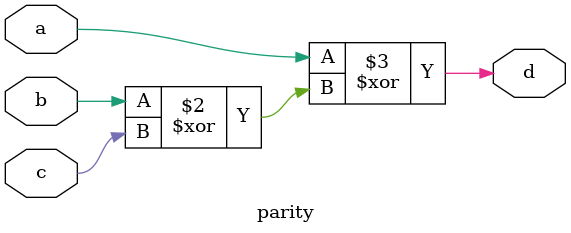
<source format=v>
module parity_test; reg a,b,c; wire d; parity aa(.d(d),.a(a),.b(b),.c(c)); initial begin #0 a=0;b =0; c=0; #10 a=1; b=0;c =0; #10 a=0; b=1; c =0; #10 a=0; b=0; c =1; #10 a=1; b=1; c =0; #10 a=0; b=1; c =1; #10 a=1; b=0; c =1;#10 a=1; b=1; c =1; end initial begin $display("ODD EVEN PARITY(Behavioural) -- Hem -- 2020503007\n"); $display("If\nOutput = 0 => Even\nOutput = 1 => Odd"); $monitor("\na=%b, b=%b, c=%b\nOutput = %b \t time = %2d",a,b,c,d,$time); end endmodule
module parity(d,a,b,c); input a,b,c; output d; reg d;
always@(a,b,c) begin d = a^(b^c); end endmodule
</source>
